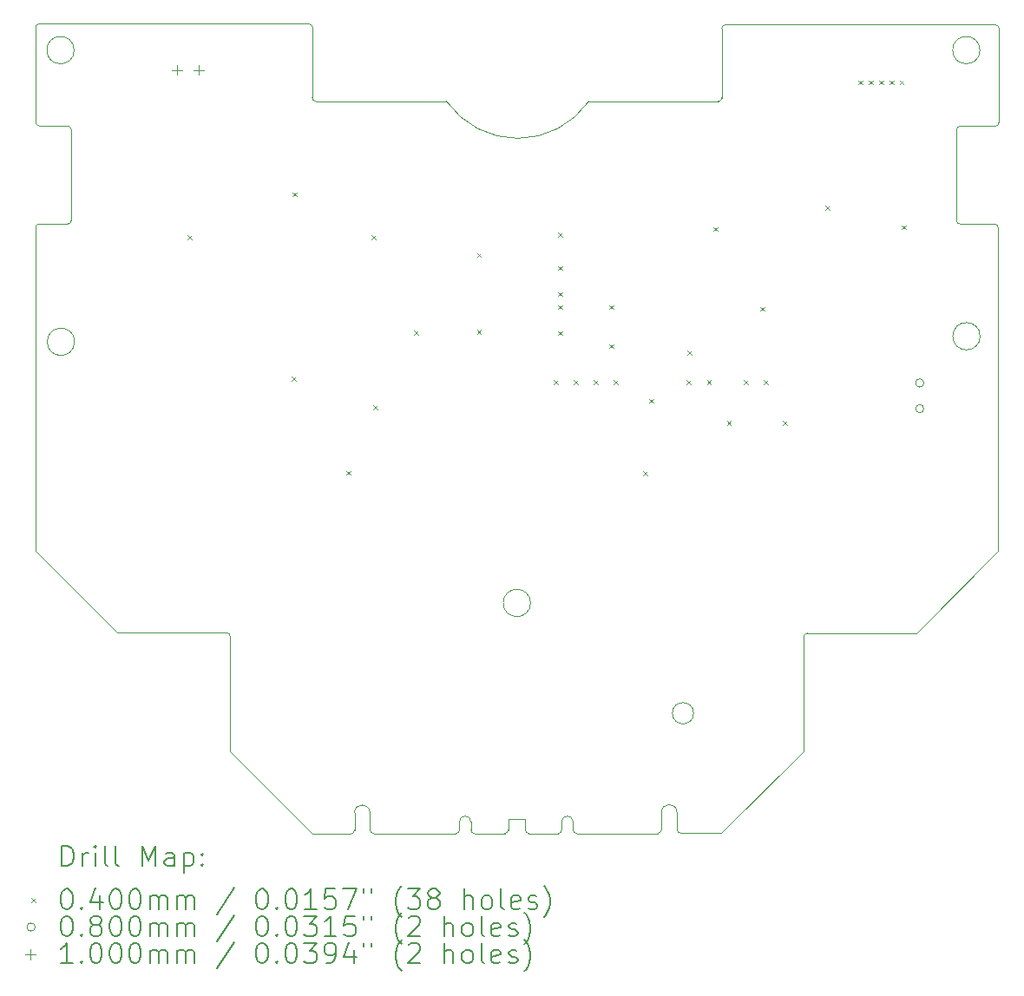
<source format=gbr>
%TF.GenerationSoftware,KiCad,Pcbnew,7.0.8*%
%TF.CreationDate,2023-12-31T22:49:12+00:00*%
%TF.ProjectId,pce-gt-controller,7063652d-6774-42d6-936f-6e74726f6c6c,BF1.1*%
%TF.SameCoordinates,Original*%
%TF.FileFunction,Drillmap*%
%TF.FilePolarity,Positive*%
%FSLAX45Y45*%
G04 Gerber Fmt 4.5, Leading zero omitted, Abs format (unit mm)*
G04 Created by KiCad (PCBNEW 7.0.8) date 2023-12-31 22:49:12*
%MOMM*%
%LPD*%
G01*
G04 APERTURE LIST*
%ADD10C,0.100000*%
%ADD11C,0.200000*%
%ADD12C,0.040000*%
%ADD13C,0.080000*%
G04 APERTURE END LIST*
D10*
X7467509Y-5087245D02*
G75*
G03*
X7431754Y-5123000I1J-35756D01*
G01*
X10507232Y-11038267D02*
G75*
G03*
X10542987Y-11002509I-2J35757D01*
G01*
X8226754Y-9075246D02*
X7431754Y-8280245D01*
X12564000Y-10920000D02*
X12564000Y-10999000D01*
X12208000Y-10999246D02*
G75*
G03*
X12243754Y-11035000I35760J6D01*
G01*
X13502232Y-11033757D02*
G75*
G03*
X13537987Y-10998000I-2J35757D01*
G01*
X16824509Y-8238000D02*
X16824509Y-8281000D01*
X14127227Y-3854000D02*
X14127227Y-3178000D01*
X11678000Y-10999000D02*
X11678000Y-10921000D01*
X13688000Y-10827000D02*
G75*
G03*
X13537987Y-10827000I-75007J0D01*
G01*
X11440781Y-3889741D02*
G75*
G03*
X12828727Y-3889741I693973J485925D01*
G01*
X16646149Y-6182000D02*
G75*
G03*
X16646149Y-6182000I-133000J0D01*
G01*
X10128999Y-3853986D02*
G75*
G03*
X10164755Y-3889741I35761J6D01*
G01*
X14123754Y-11031246D02*
X13723754Y-11031246D01*
X12259754Y-8785000D02*
G75*
G03*
X12259754Y-8785000I-133000J0D01*
G01*
X10693000Y-11000000D02*
X10693000Y-10831509D01*
X16506754Y-4130754D02*
X16453037Y-4130754D01*
X11678000Y-10921000D02*
G75*
G03*
X11566000Y-10921000I-56000J0D01*
G01*
X7778504Y-4165000D02*
G75*
G03*
X7742754Y-4129245I-35755J0D01*
G01*
X14926000Y-9115509D02*
X14926000Y-10229000D01*
X10132509Y-3168000D02*
X10129000Y-3853986D01*
X10507232Y-11038264D02*
X10134755Y-11038264D01*
X10693000Y-10831509D02*
G75*
G03*
X10542987Y-10831509I-75007J0D01*
G01*
X7467509Y-5087246D02*
X7742754Y-5087246D01*
X9294701Y-9075246D02*
X8226754Y-9075246D01*
X16830227Y-3177282D02*
X16830227Y-4044000D01*
X16417282Y-4166509D02*
X16417282Y-5053000D01*
X12007472Y-11035477D02*
G75*
G03*
X12043227Y-10999718I-2J35757D01*
G01*
X10692996Y-11000000D02*
G75*
G03*
X10728755Y-11035755I35755J0D01*
G01*
X12207754Y-10893000D02*
X12208000Y-10999246D01*
X7467754Y-3132250D02*
G75*
G03*
X7432000Y-3168000I-5J-35750D01*
G01*
X10132505Y-3168000D02*
G75*
G03*
X10096755Y-3132245I-35755J0D01*
G01*
X7431754Y-8280245D02*
X7431754Y-5123000D01*
X13688000Y-10995491D02*
X13688000Y-10827000D01*
X16025754Y-9079755D02*
X14961754Y-9079755D01*
X11440781Y-3889741D02*
X10164755Y-3889741D01*
X9330456Y-10233965D02*
X9330456Y-9111000D01*
X16453037Y-5088755D02*
X16788755Y-5088755D01*
X7432000Y-4093491D02*
X7432000Y-3168000D01*
X12675995Y-10998000D02*
G75*
G03*
X12711754Y-11033755I35755J0D01*
G01*
X14091472Y-3889757D02*
G75*
G03*
X14127227Y-3854000I-2J35757D01*
G01*
X10542987Y-10831509D02*
X10542987Y-11002509D01*
X12043227Y-10999718D02*
X12043227Y-10893000D01*
X16794472Y-3141528D02*
X16770754Y-3141528D01*
X12528245Y-11034755D02*
X12243754Y-11035000D01*
X13502232Y-11033755D02*
X12711754Y-11033755D01*
X16453037Y-4130752D02*
G75*
G03*
X16417282Y-4166509I3J-35758D01*
G01*
X7431994Y-4093491D02*
G75*
G03*
X7467754Y-4129245I35756J1D01*
G01*
X12043227Y-10893000D02*
X12207754Y-10893000D01*
X16830232Y-3177282D02*
G75*
G03*
X16794472Y-3141528I-35762J-8D01*
G01*
X13537987Y-10827000D02*
X13537987Y-10998000D01*
X12676000Y-10998000D02*
X12676000Y-10920000D01*
X9330455Y-9111000D02*
G75*
G03*
X9294701Y-9075246I-35745J10D01*
G01*
X16824509Y-5124509D02*
X16824509Y-8238000D01*
X12828727Y-3889741D02*
X14090754Y-3889741D01*
X7806754Y-3390000D02*
G75*
G03*
X7806754Y-3390000I-133000J0D01*
G01*
X7742754Y-4129245D02*
X7467754Y-4129245D01*
X11566000Y-10921000D02*
X11566000Y-11000000D01*
X16794472Y-4130754D02*
X16506754Y-4130754D01*
X16644149Y-3390000D02*
G75*
G03*
X16644149Y-3390000I-133000J0D01*
G01*
X14961754Y-9079750D02*
G75*
G03*
X14926000Y-9115509I6J-35760D01*
G01*
X16794472Y-4130757D02*
G75*
G03*
X16830227Y-4095000I-2J35757D01*
G01*
X14163037Y-3141528D02*
X16770754Y-3141528D01*
X16824509Y-8281000D02*
X16025754Y-9079755D01*
X7742754Y-5087249D02*
G75*
G03*
X7778509Y-5051491I-5J35759D01*
G01*
X12676000Y-10920000D02*
G75*
G03*
X12564000Y-10920000I-56000J0D01*
G01*
X13850755Y-9861000D02*
G75*
G03*
X13850755Y-9861000I-103238J0D01*
G01*
X11677995Y-10999000D02*
G75*
G03*
X11713754Y-11034755I35755J0D01*
G01*
X7778509Y-5051491D02*
X7778509Y-4165000D01*
X12007472Y-11035472D02*
X11713754Y-11034755D01*
X7467754Y-3132245D02*
X10096755Y-3132245D01*
X16830227Y-4095000D02*
X16830227Y-4044000D01*
X10134755Y-11038264D02*
X9330456Y-10233965D01*
X16824506Y-5124509D02*
G75*
G03*
X16788755Y-5088755I-35746J9D01*
G01*
X11530245Y-11035755D02*
X10728755Y-11035755D01*
X14926000Y-10229000D02*
X14123754Y-11031246D01*
X11530245Y-11035750D02*
G75*
G03*
X11566000Y-11000000I5J35750D01*
G01*
X13687994Y-10995491D02*
G75*
G03*
X13723754Y-11031246I35756J1D01*
G01*
X16417285Y-5053000D02*
G75*
G03*
X16453037Y-5088755I35745J-10D01*
G01*
X12528245Y-11034750D02*
G75*
G03*
X12564000Y-10999000I5J35750D01*
G01*
X7811149Y-6236000D02*
G75*
G03*
X7811149Y-6236000I-133000J0D01*
G01*
X14163037Y-3141532D02*
G75*
G03*
X14127282Y-3177282I-7J-35748D01*
G01*
D11*
D12*
X8915720Y-5198000D02*
X8955720Y-5238000D01*
X8955720Y-5198000D02*
X8915720Y-5238000D01*
X9931720Y-6573840D02*
X9971720Y-6613840D01*
X9971720Y-6573840D02*
X9931720Y-6613840D01*
X9940000Y-4778060D02*
X9980000Y-4818060D01*
X9980000Y-4778060D02*
X9940000Y-4818060D01*
X10465120Y-7495860D02*
X10505120Y-7535860D01*
X10505120Y-7495860D02*
X10465120Y-7535860D01*
X10711500Y-5199000D02*
X10751500Y-5239000D01*
X10751500Y-5199000D02*
X10711500Y-5239000D01*
X10725000Y-6853000D02*
X10765000Y-6893000D01*
X10765000Y-6853000D02*
X10725000Y-6893000D01*
X11122000Y-6129000D02*
X11162000Y-6169000D01*
X11162000Y-6129000D02*
X11122000Y-6169000D01*
X11738000Y-5369000D02*
X11778000Y-5409000D01*
X11778000Y-5369000D02*
X11738000Y-5409000D01*
X11738000Y-6122000D02*
X11778000Y-6162000D01*
X11778000Y-6122000D02*
X11738000Y-6162000D01*
X12486000Y-6610750D02*
X12526000Y-6650750D01*
X12526000Y-6610750D02*
X12486000Y-6650750D01*
X12530000Y-5174000D02*
X12570000Y-5214000D01*
X12570000Y-5174000D02*
X12530000Y-5214000D01*
X12531000Y-5496000D02*
X12571000Y-5536000D01*
X12571000Y-5496000D02*
X12531000Y-5536000D01*
X12531000Y-5750000D02*
X12571000Y-5790000D01*
X12571000Y-5750000D02*
X12531000Y-5790000D01*
X12531000Y-5877000D02*
X12571000Y-5917000D01*
X12571000Y-5877000D02*
X12531000Y-5917000D01*
X12531000Y-6131000D02*
X12571000Y-6171000D01*
X12571000Y-6131000D02*
X12531000Y-6171000D01*
X12682000Y-6610750D02*
X12722000Y-6650750D01*
X12722000Y-6610750D02*
X12682000Y-6650750D01*
X12878000Y-6610750D02*
X12918000Y-6650750D01*
X12918000Y-6610750D02*
X12878000Y-6650750D01*
X13026000Y-5877000D02*
X13066000Y-5917000D01*
X13066000Y-5877000D02*
X13026000Y-5917000D01*
X13026000Y-6258000D02*
X13066000Y-6298000D01*
X13066000Y-6258000D02*
X13026000Y-6298000D01*
X13074000Y-6610750D02*
X13114000Y-6650750D01*
X13114000Y-6610750D02*
X13074000Y-6650750D01*
X13360720Y-7501000D02*
X13400720Y-7541000D01*
X13400720Y-7501000D02*
X13360720Y-7541000D01*
X13418000Y-6793250D02*
X13458000Y-6833250D01*
X13458000Y-6793250D02*
X13418000Y-6833250D01*
X13784000Y-6609500D02*
X13824000Y-6649500D01*
X13824000Y-6609500D02*
X13784000Y-6649500D01*
X13788000Y-6325000D02*
X13828000Y-6365000D01*
X13828000Y-6325000D02*
X13788000Y-6365000D01*
X13980000Y-6609500D02*
X14020000Y-6649500D01*
X14020000Y-6609500D02*
X13980000Y-6649500D01*
X14042754Y-5116000D02*
X14082754Y-5156000D01*
X14082754Y-5116000D02*
X14042754Y-5156000D01*
X14175000Y-7011000D02*
X14215000Y-7051000D01*
X14215000Y-7011000D02*
X14175000Y-7051000D01*
X14339000Y-6609500D02*
X14379000Y-6649500D01*
X14379000Y-6609500D02*
X14339000Y-6649500D01*
X14499754Y-5894000D02*
X14539754Y-5934000D01*
X14539754Y-5894000D02*
X14499754Y-5934000D01*
X14535000Y-6609500D02*
X14575000Y-6649500D01*
X14575000Y-6609500D02*
X14535000Y-6649500D01*
X14719000Y-7006000D02*
X14759000Y-7046000D01*
X14759000Y-7006000D02*
X14719000Y-7046000D01*
X15139754Y-4908000D02*
X15179754Y-4948000D01*
X15179754Y-4908000D02*
X15139754Y-4948000D01*
X15461000Y-3686000D02*
X15501000Y-3726000D01*
X15501000Y-3686000D02*
X15461000Y-3726000D01*
X15561000Y-3686000D02*
X15601000Y-3726000D01*
X15601000Y-3686000D02*
X15561000Y-3726000D01*
X15661000Y-3685000D02*
X15701000Y-3725000D01*
X15701000Y-3685000D02*
X15661000Y-3725000D01*
X15761000Y-3685000D02*
X15801000Y-3725000D01*
X15801000Y-3685000D02*
X15761000Y-3725000D01*
X15861000Y-3686000D02*
X15901000Y-3726000D01*
X15901000Y-3686000D02*
X15861000Y-3726000D01*
X15880000Y-5099000D02*
X15920000Y-5139000D01*
X15920000Y-5099000D02*
X15880000Y-5139000D01*
D13*
X16097000Y-6638000D02*
G75*
G03*
X16097000Y-6638000I-40000J0D01*
G01*
X16097000Y-6888000D02*
G75*
G03*
X16097000Y-6888000I-40000J0D01*
G01*
D10*
X8813630Y-3532433D02*
X8813630Y-3632433D01*
X8763630Y-3582433D02*
X8863630Y-3582433D01*
X9021755Y-3532433D02*
X9021755Y-3632433D01*
X8971755Y-3582433D02*
X9071755Y-3582433D01*
D11*
X7687531Y-11354747D02*
X7687531Y-11154747D01*
X7687531Y-11154747D02*
X7735150Y-11154747D01*
X7735150Y-11154747D02*
X7763722Y-11164271D01*
X7763722Y-11164271D02*
X7782769Y-11183319D01*
X7782769Y-11183319D02*
X7792293Y-11202366D01*
X7792293Y-11202366D02*
X7801817Y-11240461D01*
X7801817Y-11240461D02*
X7801817Y-11269033D01*
X7801817Y-11269033D02*
X7792293Y-11307128D01*
X7792293Y-11307128D02*
X7782769Y-11326176D01*
X7782769Y-11326176D02*
X7763722Y-11345223D01*
X7763722Y-11345223D02*
X7735150Y-11354747D01*
X7735150Y-11354747D02*
X7687531Y-11354747D01*
X7887531Y-11354747D02*
X7887531Y-11221414D01*
X7887531Y-11259509D02*
X7897055Y-11240461D01*
X7897055Y-11240461D02*
X7906579Y-11230938D01*
X7906579Y-11230938D02*
X7925626Y-11221414D01*
X7925626Y-11221414D02*
X7944674Y-11221414D01*
X8011341Y-11354747D02*
X8011341Y-11221414D01*
X8011341Y-11154747D02*
X8001817Y-11164271D01*
X8001817Y-11164271D02*
X8011341Y-11173795D01*
X8011341Y-11173795D02*
X8020865Y-11164271D01*
X8020865Y-11164271D02*
X8011341Y-11154747D01*
X8011341Y-11154747D02*
X8011341Y-11173795D01*
X8135150Y-11354747D02*
X8116103Y-11345223D01*
X8116103Y-11345223D02*
X8106579Y-11326176D01*
X8106579Y-11326176D02*
X8106579Y-11154747D01*
X8239912Y-11354747D02*
X8220865Y-11345223D01*
X8220865Y-11345223D02*
X8211341Y-11326176D01*
X8211341Y-11326176D02*
X8211341Y-11154747D01*
X8468484Y-11354747D02*
X8468484Y-11154747D01*
X8468484Y-11154747D02*
X8535150Y-11297604D01*
X8535150Y-11297604D02*
X8601817Y-11154747D01*
X8601817Y-11154747D02*
X8601817Y-11354747D01*
X8782769Y-11354747D02*
X8782769Y-11249985D01*
X8782769Y-11249985D02*
X8773246Y-11230938D01*
X8773246Y-11230938D02*
X8754198Y-11221414D01*
X8754198Y-11221414D02*
X8716103Y-11221414D01*
X8716103Y-11221414D02*
X8697055Y-11230938D01*
X8782769Y-11345223D02*
X8763722Y-11354747D01*
X8763722Y-11354747D02*
X8716103Y-11354747D01*
X8716103Y-11354747D02*
X8697055Y-11345223D01*
X8697055Y-11345223D02*
X8687531Y-11326176D01*
X8687531Y-11326176D02*
X8687531Y-11307128D01*
X8687531Y-11307128D02*
X8697055Y-11288081D01*
X8697055Y-11288081D02*
X8716103Y-11278557D01*
X8716103Y-11278557D02*
X8763722Y-11278557D01*
X8763722Y-11278557D02*
X8782769Y-11269033D01*
X8878008Y-11221414D02*
X8878008Y-11421414D01*
X8878008Y-11230938D02*
X8897055Y-11221414D01*
X8897055Y-11221414D02*
X8935150Y-11221414D01*
X8935150Y-11221414D02*
X8954198Y-11230938D01*
X8954198Y-11230938D02*
X8963722Y-11240461D01*
X8963722Y-11240461D02*
X8973246Y-11259509D01*
X8973246Y-11259509D02*
X8973246Y-11316652D01*
X8973246Y-11316652D02*
X8963722Y-11335700D01*
X8963722Y-11335700D02*
X8954198Y-11345223D01*
X8954198Y-11345223D02*
X8935150Y-11354747D01*
X8935150Y-11354747D02*
X8897055Y-11354747D01*
X8897055Y-11354747D02*
X8878008Y-11345223D01*
X9058960Y-11335700D02*
X9068484Y-11345223D01*
X9068484Y-11345223D02*
X9058960Y-11354747D01*
X9058960Y-11354747D02*
X9049436Y-11345223D01*
X9049436Y-11345223D02*
X9058960Y-11335700D01*
X9058960Y-11335700D02*
X9058960Y-11354747D01*
X9058960Y-11230938D02*
X9068484Y-11240461D01*
X9068484Y-11240461D02*
X9058960Y-11249985D01*
X9058960Y-11249985D02*
X9049436Y-11240461D01*
X9049436Y-11240461D02*
X9058960Y-11230938D01*
X9058960Y-11230938D02*
X9058960Y-11249985D01*
D12*
X7386754Y-11663263D02*
X7426754Y-11703263D01*
X7426754Y-11663263D02*
X7386754Y-11703263D01*
D11*
X7725626Y-11574747D02*
X7744674Y-11574747D01*
X7744674Y-11574747D02*
X7763722Y-11584271D01*
X7763722Y-11584271D02*
X7773246Y-11593795D01*
X7773246Y-11593795D02*
X7782769Y-11612842D01*
X7782769Y-11612842D02*
X7792293Y-11650938D01*
X7792293Y-11650938D02*
X7792293Y-11698557D01*
X7792293Y-11698557D02*
X7782769Y-11736652D01*
X7782769Y-11736652D02*
X7773246Y-11755700D01*
X7773246Y-11755700D02*
X7763722Y-11765223D01*
X7763722Y-11765223D02*
X7744674Y-11774747D01*
X7744674Y-11774747D02*
X7725626Y-11774747D01*
X7725626Y-11774747D02*
X7706579Y-11765223D01*
X7706579Y-11765223D02*
X7697055Y-11755700D01*
X7697055Y-11755700D02*
X7687531Y-11736652D01*
X7687531Y-11736652D02*
X7678007Y-11698557D01*
X7678007Y-11698557D02*
X7678007Y-11650938D01*
X7678007Y-11650938D02*
X7687531Y-11612842D01*
X7687531Y-11612842D02*
X7697055Y-11593795D01*
X7697055Y-11593795D02*
X7706579Y-11584271D01*
X7706579Y-11584271D02*
X7725626Y-11574747D01*
X7878007Y-11755700D02*
X7887531Y-11765223D01*
X7887531Y-11765223D02*
X7878007Y-11774747D01*
X7878007Y-11774747D02*
X7868484Y-11765223D01*
X7868484Y-11765223D02*
X7878007Y-11755700D01*
X7878007Y-11755700D02*
X7878007Y-11774747D01*
X8058960Y-11641414D02*
X8058960Y-11774747D01*
X8011341Y-11565223D02*
X7963722Y-11708081D01*
X7963722Y-11708081D02*
X8087531Y-11708081D01*
X8201817Y-11574747D02*
X8220865Y-11574747D01*
X8220865Y-11574747D02*
X8239912Y-11584271D01*
X8239912Y-11584271D02*
X8249436Y-11593795D01*
X8249436Y-11593795D02*
X8258960Y-11612842D01*
X8258960Y-11612842D02*
X8268484Y-11650938D01*
X8268484Y-11650938D02*
X8268484Y-11698557D01*
X8268484Y-11698557D02*
X8258960Y-11736652D01*
X8258960Y-11736652D02*
X8249436Y-11755700D01*
X8249436Y-11755700D02*
X8239912Y-11765223D01*
X8239912Y-11765223D02*
X8220865Y-11774747D01*
X8220865Y-11774747D02*
X8201817Y-11774747D01*
X8201817Y-11774747D02*
X8182769Y-11765223D01*
X8182769Y-11765223D02*
X8173246Y-11755700D01*
X8173246Y-11755700D02*
X8163722Y-11736652D01*
X8163722Y-11736652D02*
X8154198Y-11698557D01*
X8154198Y-11698557D02*
X8154198Y-11650938D01*
X8154198Y-11650938D02*
X8163722Y-11612842D01*
X8163722Y-11612842D02*
X8173246Y-11593795D01*
X8173246Y-11593795D02*
X8182769Y-11584271D01*
X8182769Y-11584271D02*
X8201817Y-11574747D01*
X8392293Y-11574747D02*
X8411341Y-11574747D01*
X8411341Y-11574747D02*
X8430389Y-11584271D01*
X8430389Y-11584271D02*
X8439912Y-11593795D01*
X8439912Y-11593795D02*
X8449436Y-11612842D01*
X8449436Y-11612842D02*
X8458960Y-11650938D01*
X8458960Y-11650938D02*
X8458960Y-11698557D01*
X8458960Y-11698557D02*
X8449436Y-11736652D01*
X8449436Y-11736652D02*
X8439912Y-11755700D01*
X8439912Y-11755700D02*
X8430389Y-11765223D01*
X8430389Y-11765223D02*
X8411341Y-11774747D01*
X8411341Y-11774747D02*
X8392293Y-11774747D01*
X8392293Y-11774747D02*
X8373246Y-11765223D01*
X8373246Y-11765223D02*
X8363722Y-11755700D01*
X8363722Y-11755700D02*
X8354198Y-11736652D01*
X8354198Y-11736652D02*
X8344674Y-11698557D01*
X8344674Y-11698557D02*
X8344674Y-11650938D01*
X8344674Y-11650938D02*
X8354198Y-11612842D01*
X8354198Y-11612842D02*
X8363722Y-11593795D01*
X8363722Y-11593795D02*
X8373246Y-11584271D01*
X8373246Y-11584271D02*
X8392293Y-11574747D01*
X8544674Y-11774747D02*
X8544674Y-11641414D01*
X8544674Y-11660461D02*
X8554198Y-11650938D01*
X8554198Y-11650938D02*
X8573246Y-11641414D01*
X8573246Y-11641414D02*
X8601817Y-11641414D01*
X8601817Y-11641414D02*
X8620865Y-11650938D01*
X8620865Y-11650938D02*
X8630389Y-11669985D01*
X8630389Y-11669985D02*
X8630389Y-11774747D01*
X8630389Y-11669985D02*
X8639912Y-11650938D01*
X8639912Y-11650938D02*
X8658960Y-11641414D01*
X8658960Y-11641414D02*
X8687531Y-11641414D01*
X8687531Y-11641414D02*
X8706579Y-11650938D01*
X8706579Y-11650938D02*
X8716103Y-11669985D01*
X8716103Y-11669985D02*
X8716103Y-11774747D01*
X8811341Y-11774747D02*
X8811341Y-11641414D01*
X8811341Y-11660461D02*
X8820865Y-11650938D01*
X8820865Y-11650938D02*
X8839912Y-11641414D01*
X8839912Y-11641414D02*
X8868484Y-11641414D01*
X8868484Y-11641414D02*
X8887531Y-11650938D01*
X8887531Y-11650938D02*
X8897055Y-11669985D01*
X8897055Y-11669985D02*
X8897055Y-11774747D01*
X8897055Y-11669985D02*
X8906579Y-11650938D01*
X8906579Y-11650938D02*
X8925627Y-11641414D01*
X8925627Y-11641414D02*
X8954198Y-11641414D01*
X8954198Y-11641414D02*
X8973246Y-11650938D01*
X8973246Y-11650938D02*
X8982770Y-11669985D01*
X8982770Y-11669985D02*
X8982770Y-11774747D01*
X9373246Y-11565223D02*
X9201817Y-11822366D01*
X9630389Y-11574747D02*
X9649436Y-11574747D01*
X9649436Y-11574747D02*
X9668484Y-11584271D01*
X9668484Y-11584271D02*
X9678008Y-11593795D01*
X9678008Y-11593795D02*
X9687532Y-11612842D01*
X9687532Y-11612842D02*
X9697055Y-11650938D01*
X9697055Y-11650938D02*
X9697055Y-11698557D01*
X9697055Y-11698557D02*
X9687532Y-11736652D01*
X9687532Y-11736652D02*
X9678008Y-11755700D01*
X9678008Y-11755700D02*
X9668484Y-11765223D01*
X9668484Y-11765223D02*
X9649436Y-11774747D01*
X9649436Y-11774747D02*
X9630389Y-11774747D01*
X9630389Y-11774747D02*
X9611341Y-11765223D01*
X9611341Y-11765223D02*
X9601817Y-11755700D01*
X9601817Y-11755700D02*
X9592293Y-11736652D01*
X9592293Y-11736652D02*
X9582770Y-11698557D01*
X9582770Y-11698557D02*
X9582770Y-11650938D01*
X9582770Y-11650938D02*
X9592293Y-11612842D01*
X9592293Y-11612842D02*
X9601817Y-11593795D01*
X9601817Y-11593795D02*
X9611341Y-11584271D01*
X9611341Y-11584271D02*
X9630389Y-11574747D01*
X9782770Y-11755700D02*
X9792293Y-11765223D01*
X9792293Y-11765223D02*
X9782770Y-11774747D01*
X9782770Y-11774747D02*
X9773246Y-11765223D01*
X9773246Y-11765223D02*
X9782770Y-11755700D01*
X9782770Y-11755700D02*
X9782770Y-11774747D01*
X9916103Y-11574747D02*
X9935151Y-11574747D01*
X9935151Y-11574747D02*
X9954198Y-11584271D01*
X9954198Y-11584271D02*
X9963722Y-11593795D01*
X9963722Y-11593795D02*
X9973246Y-11612842D01*
X9973246Y-11612842D02*
X9982770Y-11650938D01*
X9982770Y-11650938D02*
X9982770Y-11698557D01*
X9982770Y-11698557D02*
X9973246Y-11736652D01*
X9973246Y-11736652D02*
X9963722Y-11755700D01*
X9963722Y-11755700D02*
X9954198Y-11765223D01*
X9954198Y-11765223D02*
X9935151Y-11774747D01*
X9935151Y-11774747D02*
X9916103Y-11774747D01*
X9916103Y-11774747D02*
X9897055Y-11765223D01*
X9897055Y-11765223D02*
X9887532Y-11755700D01*
X9887532Y-11755700D02*
X9878008Y-11736652D01*
X9878008Y-11736652D02*
X9868484Y-11698557D01*
X9868484Y-11698557D02*
X9868484Y-11650938D01*
X9868484Y-11650938D02*
X9878008Y-11612842D01*
X9878008Y-11612842D02*
X9887532Y-11593795D01*
X9887532Y-11593795D02*
X9897055Y-11584271D01*
X9897055Y-11584271D02*
X9916103Y-11574747D01*
X10173246Y-11774747D02*
X10058960Y-11774747D01*
X10116103Y-11774747D02*
X10116103Y-11574747D01*
X10116103Y-11574747D02*
X10097055Y-11603319D01*
X10097055Y-11603319D02*
X10078008Y-11622366D01*
X10078008Y-11622366D02*
X10058960Y-11631890D01*
X10354198Y-11574747D02*
X10258960Y-11574747D01*
X10258960Y-11574747D02*
X10249436Y-11669985D01*
X10249436Y-11669985D02*
X10258960Y-11660461D01*
X10258960Y-11660461D02*
X10278008Y-11650938D01*
X10278008Y-11650938D02*
X10325627Y-11650938D01*
X10325627Y-11650938D02*
X10344674Y-11660461D01*
X10344674Y-11660461D02*
X10354198Y-11669985D01*
X10354198Y-11669985D02*
X10363722Y-11689033D01*
X10363722Y-11689033D02*
X10363722Y-11736652D01*
X10363722Y-11736652D02*
X10354198Y-11755700D01*
X10354198Y-11755700D02*
X10344674Y-11765223D01*
X10344674Y-11765223D02*
X10325627Y-11774747D01*
X10325627Y-11774747D02*
X10278008Y-11774747D01*
X10278008Y-11774747D02*
X10258960Y-11765223D01*
X10258960Y-11765223D02*
X10249436Y-11755700D01*
X10430389Y-11574747D02*
X10563722Y-11574747D01*
X10563722Y-11574747D02*
X10478008Y-11774747D01*
X10630389Y-11574747D02*
X10630389Y-11612842D01*
X10706579Y-11574747D02*
X10706579Y-11612842D01*
X11001817Y-11850938D02*
X10992294Y-11841414D01*
X10992294Y-11841414D02*
X10973246Y-11812842D01*
X10973246Y-11812842D02*
X10963722Y-11793795D01*
X10963722Y-11793795D02*
X10954198Y-11765223D01*
X10954198Y-11765223D02*
X10944675Y-11717604D01*
X10944675Y-11717604D02*
X10944675Y-11679509D01*
X10944675Y-11679509D02*
X10954198Y-11631890D01*
X10954198Y-11631890D02*
X10963722Y-11603319D01*
X10963722Y-11603319D02*
X10973246Y-11584271D01*
X10973246Y-11584271D02*
X10992294Y-11555700D01*
X10992294Y-11555700D02*
X11001817Y-11546176D01*
X11058960Y-11574747D02*
X11182770Y-11574747D01*
X11182770Y-11574747D02*
X11116103Y-11650938D01*
X11116103Y-11650938D02*
X11144675Y-11650938D01*
X11144675Y-11650938D02*
X11163722Y-11660461D01*
X11163722Y-11660461D02*
X11173246Y-11669985D01*
X11173246Y-11669985D02*
X11182770Y-11689033D01*
X11182770Y-11689033D02*
X11182770Y-11736652D01*
X11182770Y-11736652D02*
X11173246Y-11755700D01*
X11173246Y-11755700D02*
X11163722Y-11765223D01*
X11163722Y-11765223D02*
X11144675Y-11774747D01*
X11144675Y-11774747D02*
X11087532Y-11774747D01*
X11087532Y-11774747D02*
X11068484Y-11765223D01*
X11068484Y-11765223D02*
X11058960Y-11755700D01*
X11297055Y-11660461D02*
X11278008Y-11650938D01*
X11278008Y-11650938D02*
X11268484Y-11641414D01*
X11268484Y-11641414D02*
X11258960Y-11622366D01*
X11258960Y-11622366D02*
X11258960Y-11612842D01*
X11258960Y-11612842D02*
X11268484Y-11593795D01*
X11268484Y-11593795D02*
X11278008Y-11584271D01*
X11278008Y-11584271D02*
X11297055Y-11574747D01*
X11297055Y-11574747D02*
X11335151Y-11574747D01*
X11335151Y-11574747D02*
X11354198Y-11584271D01*
X11354198Y-11584271D02*
X11363722Y-11593795D01*
X11363722Y-11593795D02*
X11373246Y-11612842D01*
X11373246Y-11612842D02*
X11373246Y-11622366D01*
X11373246Y-11622366D02*
X11363722Y-11641414D01*
X11363722Y-11641414D02*
X11354198Y-11650938D01*
X11354198Y-11650938D02*
X11335151Y-11660461D01*
X11335151Y-11660461D02*
X11297055Y-11660461D01*
X11297055Y-11660461D02*
X11278008Y-11669985D01*
X11278008Y-11669985D02*
X11268484Y-11679509D01*
X11268484Y-11679509D02*
X11258960Y-11698557D01*
X11258960Y-11698557D02*
X11258960Y-11736652D01*
X11258960Y-11736652D02*
X11268484Y-11755700D01*
X11268484Y-11755700D02*
X11278008Y-11765223D01*
X11278008Y-11765223D02*
X11297055Y-11774747D01*
X11297055Y-11774747D02*
X11335151Y-11774747D01*
X11335151Y-11774747D02*
X11354198Y-11765223D01*
X11354198Y-11765223D02*
X11363722Y-11755700D01*
X11363722Y-11755700D02*
X11373246Y-11736652D01*
X11373246Y-11736652D02*
X11373246Y-11698557D01*
X11373246Y-11698557D02*
X11363722Y-11679509D01*
X11363722Y-11679509D02*
X11354198Y-11669985D01*
X11354198Y-11669985D02*
X11335151Y-11660461D01*
X11611341Y-11774747D02*
X11611341Y-11574747D01*
X11697055Y-11774747D02*
X11697055Y-11669985D01*
X11697055Y-11669985D02*
X11687532Y-11650938D01*
X11687532Y-11650938D02*
X11668484Y-11641414D01*
X11668484Y-11641414D02*
X11639913Y-11641414D01*
X11639913Y-11641414D02*
X11620865Y-11650938D01*
X11620865Y-11650938D02*
X11611341Y-11660461D01*
X11820865Y-11774747D02*
X11801817Y-11765223D01*
X11801817Y-11765223D02*
X11792294Y-11755700D01*
X11792294Y-11755700D02*
X11782770Y-11736652D01*
X11782770Y-11736652D02*
X11782770Y-11679509D01*
X11782770Y-11679509D02*
X11792294Y-11660461D01*
X11792294Y-11660461D02*
X11801817Y-11650938D01*
X11801817Y-11650938D02*
X11820865Y-11641414D01*
X11820865Y-11641414D02*
X11849436Y-11641414D01*
X11849436Y-11641414D02*
X11868484Y-11650938D01*
X11868484Y-11650938D02*
X11878008Y-11660461D01*
X11878008Y-11660461D02*
X11887532Y-11679509D01*
X11887532Y-11679509D02*
X11887532Y-11736652D01*
X11887532Y-11736652D02*
X11878008Y-11755700D01*
X11878008Y-11755700D02*
X11868484Y-11765223D01*
X11868484Y-11765223D02*
X11849436Y-11774747D01*
X11849436Y-11774747D02*
X11820865Y-11774747D01*
X12001817Y-11774747D02*
X11982770Y-11765223D01*
X11982770Y-11765223D02*
X11973246Y-11746176D01*
X11973246Y-11746176D02*
X11973246Y-11574747D01*
X12154198Y-11765223D02*
X12135151Y-11774747D01*
X12135151Y-11774747D02*
X12097055Y-11774747D01*
X12097055Y-11774747D02*
X12078008Y-11765223D01*
X12078008Y-11765223D02*
X12068484Y-11746176D01*
X12068484Y-11746176D02*
X12068484Y-11669985D01*
X12068484Y-11669985D02*
X12078008Y-11650938D01*
X12078008Y-11650938D02*
X12097055Y-11641414D01*
X12097055Y-11641414D02*
X12135151Y-11641414D01*
X12135151Y-11641414D02*
X12154198Y-11650938D01*
X12154198Y-11650938D02*
X12163722Y-11669985D01*
X12163722Y-11669985D02*
X12163722Y-11689033D01*
X12163722Y-11689033D02*
X12068484Y-11708081D01*
X12239913Y-11765223D02*
X12258960Y-11774747D01*
X12258960Y-11774747D02*
X12297055Y-11774747D01*
X12297055Y-11774747D02*
X12316103Y-11765223D01*
X12316103Y-11765223D02*
X12325627Y-11746176D01*
X12325627Y-11746176D02*
X12325627Y-11736652D01*
X12325627Y-11736652D02*
X12316103Y-11717604D01*
X12316103Y-11717604D02*
X12297055Y-11708081D01*
X12297055Y-11708081D02*
X12268484Y-11708081D01*
X12268484Y-11708081D02*
X12249436Y-11698557D01*
X12249436Y-11698557D02*
X12239913Y-11679509D01*
X12239913Y-11679509D02*
X12239913Y-11669985D01*
X12239913Y-11669985D02*
X12249436Y-11650938D01*
X12249436Y-11650938D02*
X12268484Y-11641414D01*
X12268484Y-11641414D02*
X12297055Y-11641414D01*
X12297055Y-11641414D02*
X12316103Y-11650938D01*
X12392294Y-11850938D02*
X12401817Y-11841414D01*
X12401817Y-11841414D02*
X12420865Y-11812842D01*
X12420865Y-11812842D02*
X12430389Y-11793795D01*
X12430389Y-11793795D02*
X12439913Y-11765223D01*
X12439913Y-11765223D02*
X12449436Y-11717604D01*
X12449436Y-11717604D02*
X12449436Y-11679509D01*
X12449436Y-11679509D02*
X12439913Y-11631890D01*
X12439913Y-11631890D02*
X12430389Y-11603319D01*
X12430389Y-11603319D02*
X12420865Y-11584271D01*
X12420865Y-11584271D02*
X12401817Y-11555700D01*
X12401817Y-11555700D02*
X12392294Y-11546176D01*
D13*
X7426754Y-11947263D02*
G75*
G03*
X7426754Y-11947263I-40000J0D01*
G01*
D11*
X7725626Y-11838747D02*
X7744674Y-11838747D01*
X7744674Y-11838747D02*
X7763722Y-11848271D01*
X7763722Y-11848271D02*
X7773246Y-11857795D01*
X7773246Y-11857795D02*
X7782769Y-11876842D01*
X7782769Y-11876842D02*
X7792293Y-11914938D01*
X7792293Y-11914938D02*
X7792293Y-11962557D01*
X7792293Y-11962557D02*
X7782769Y-12000652D01*
X7782769Y-12000652D02*
X7773246Y-12019700D01*
X7773246Y-12019700D02*
X7763722Y-12029223D01*
X7763722Y-12029223D02*
X7744674Y-12038747D01*
X7744674Y-12038747D02*
X7725626Y-12038747D01*
X7725626Y-12038747D02*
X7706579Y-12029223D01*
X7706579Y-12029223D02*
X7697055Y-12019700D01*
X7697055Y-12019700D02*
X7687531Y-12000652D01*
X7687531Y-12000652D02*
X7678007Y-11962557D01*
X7678007Y-11962557D02*
X7678007Y-11914938D01*
X7678007Y-11914938D02*
X7687531Y-11876842D01*
X7687531Y-11876842D02*
X7697055Y-11857795D01*
X7697055Y-11857795D02*
X7706579Y-11848271D01*
X7706579Y-11848271D02*
X7725626Y-11838747D01*
X7878007Y-12019700D02*
X7887531Y-12029223D01*
X7887531Y-12029223D02*
X7878007Y-12038747D01*
X7878007Y-12038747D02*
X7868484Y-12029223D01*
X7868484Y-12029223D02*
X7878007Y-12019700D01*
X7878007Y-12019700D02*
X7878007Y-12038747D01*
X8001817Y-11924461D02*
X7982769Y-11914938D01*
X7982769Y-11914938D02*
X7973246Y-11905414D01*
X7973246Y-11905414D02*
X7963722Y-11886366D01*
X7963722Y-11886366D02*
X7963722Y-11876842D01*
X7963722Y-11876842D02*
X7973246Y-11857795D01*
X7973246Y-11857795D02*
X7982769Y-11848271D01*
X7982769Y-11848271D02*
X8001817Y-11838747D01*
X8001817Y-11838747D02*
X8039912Y-11838747D01*
X8039912Y-11838747D02*
X8058960Y-11848271D01*
X8058960Y-11848271D02*
X8068484Y-11857795D01*
X8068484Y-11857795D02*
X8078007Y-11876842D01*
X8078007Y-11876842D02*
X8078007Y-11886366D01*
X8078007Y-11886366D02*
X8068484Y-11905414D01*
X8068484Y-11905414D02*
X8058960Y-11914938D01*
X8058960Y-11914938D02*
X8039912Y-11924461D01*
X8039912Y-11924461D02*
X8001817Y-11924461D01*
X8001817Y-11924461D02*
X7982769Y-11933985D01*
X7982769Y-11933985D02*
X7973246Y-11943509D01*
X7973246Y-11943509D02*
X7963722Y-11962557D01*
X7963722Y-11962557D02*
X7963722Y-12000652D01*
X7963722Y-12000652D02*
X7973246Y-12019700D01*
X7973246Y-12019700D02*
X7982769Y-12029223D01*
X7982769Y-12029223D02*
X8001817Y-12038747D01*
X8001817Y-12038747D02*
X8039912Y-12038747D01*
X8039912Y-12038747D02*
X8058960Y-12029223D01*
X8058960Y-12029223D02*
X8068484Y-12019700D01*
X8068484Y-12019700D02*
X8078007Y-12000652D01*
X8078007Y-12000652D02*
X8078007Y-11962557D01*
X8078007Y-11962557D02*
X8068484Y-11943509D01*
X8068484Y-11943509D02*
X8058960Y-11933985D01*
X8058960Y-11933985D02*
X8039912Y-11924461D01*
X8201817Y-11838747D02*
X8220865Y-11838747D01*
X8220865Y-11838747D02*
X8239912Y-11848271D01*
X8239912Y-11848271D02*
X8249436Y-11857795D01*
X8249436Y-11857795D02*
X8258960Y-11876842D01*
X8258960Y-11876842D02*
X8268484Y-11914938D01*
X8268484Y-11914938D02*
X8268484Y-11962557D01*
X8268484Y-11962557D02*
X8258960Y-12000652D01*
X8258960Y-12000652D02*
X8249436Y-12019700D01*
X8249436Y-12019700D02*
X8239912Y-12029223D01*
X8239912Y-12029223D02*
X8220865Y-12038747D01*
X8220865Y-12038747D02*
X8201817Y-12038747D01*
X8201817Y-12038747D02*
X8182769Y-12029223D01*
X8182769Y-12029223D02*
X8173246Y-12019700D01*
X8173246Y-12019700D02*
X8163722Y-12000652D01*
X8163722Y-12000652D02*
X8154198Y-11962557D01*
X8154198Y-11962557D02*
X8154198Y-11914938D01*
X8154198Y-11914938D02*
X8163722Y-11876842D01*
X8163722Y-11876842D02*
X8173246Y-11857795D01*
X8173246Y-11857795D02*
X8182769Y-11848271D01*
X8182769Y-11848271D02*
X8201817Y-11838747D01*
X8392293Y-11838747D02*
X8411341Y-11838747D01*
X8411341Y-11838747D02*
X8430389Y-11848271D01*
X8430389Y-11848271D02*
X8439912Y-11857795D01*
X8439912Y-11857795D02*
X8449436Y-11876842D01*
X8449436Y-11876842D02*
X8458960Y-11914938D01*
X8458960Y-11914938D02*
X8458960Y-11962557D01*
X8458960Y-11962557D02*
X8449436Y-12000652D01*
X8449436Y-12000652D02*
X8439912Y-12019700D01*
X8439912Y-12019700D02*
X8430389Y-12029223D01*
X8430389Y-12029223D02*
X8411341Y-12038747D01*
X8411341Y-12038747D02*
X8392293Y-12038747D01*
X8392293Y-12038747D02*
X8373246Y-12029223D01*
X8373246Y-12029223D02*
X8363722Y-12019700D01*
X8363722Y-12019700D02*
X8354198Y-12000652D01*
X8354198Y-12000652D02*
X8344674Y-11962557D01*
X8344674Y-11962557D02*
X8344674Y-11914938D01*
X8344674Y-11914938D02*
X8354198Y-11876842D01*
X8354198Y-11876842D02*
X8363722Y-11857795D01*
X8363722Y-11857795D02*
X8373246Y-11848271D01*
X8373246Y-11848271D02*
X8392293Y-11838747D01*
X8544674Y-12038747D02*
X8544674Y-11905414D01*
X8544674Y-11924461D02*
X8554198Y-11914938D01*
X8554198Y-11914938D02*
X8573246Y-11905414D01*
X8573246Y-11905414D02*
X8601817Y-11905414D01*
X8601817Y-11905414D02*
X8620865Y-11914938D01*
X8620865Y-11914938D02*
X8630389Y-11933985D01*
X8630389Y-11933985D02*
X8630389Y-12038747D01*
X8630389Y-11933985D02*
X8639912Y-11914938D01*
X8639912Y-11914938D02*
X8658960Y-11905414D01*
X8658960Y-11905414D02*
X8687531Y-11905414D01*
X8687531Y-11905414D02*
X8706579Y-11914938D01*
X8706579Y-11914938D02*
X8716103Y-11933985D01*
X8716103Y-11933985D02*
X8716103Y-12038747D01*
X8811341Y-12038747D02*
X8811341Y-11905414D01*
X8811341Y-11924461D02*
X8820865Y-11914938D01*
X8820865Y-11914938D02*
X8839912Y-11905414D01*
X8839912Y-11905414D02*
X8868484Y-11905414D01*
X8868484Y-11905414D02*
X8887531Y-11914938D01*
X8887531Y-11914938D02*
X8897055Y-11933985D01*
X8897055Y-11933985D02*
X8897055Y-12038747D01*
X8897055Y-11933985D02*
X8906579Y-11914938D01*
X8906579Y-11914938D02*
X8925627Y-11905414D01*
X8925627Y-11905414D02*
X8954198Y-11905414D01*
X8954198Y-11905414D02*
X8973246Y-11914938D01*
X8973246Y-11914938D02*
X8982770Y-11933985D01*
X8982770Y-11933985D02*
X8982770Y-12038747D01*
X9373246Y-11829223D02*
X9201817Y-12086366D01*
X9630389Y-11838747D02*
X9649436Y-11838747D01*
X9649436Y-11838747D02*
X9668484Y-11848271D01*
X9668484Y-11848271D02*
X9678008Y-11857795D01*
X9678008Y-11857795D02*
X9687532Y-11876842D01*
X9687532Y-11876842D02*
X9697055Y-11914938D01*
X9697055Y-11914938D02*
X9697055Y-11962557D01*
X9697055Y-11962557D02*
X9687532Y-12000652D01*
X9687532Y-12000652D02*
X9678008Y-12019700D01*
X9678008Y-12019700D02*
X9668484Y-12029223D01*
X9668484Y-12029223D02*
X9649436Y-12038747D01*
X9649436Y-12038747D02*
X9630389Y-12038747D01*
X9630389Y-12038747D02*
X9611341Y-12029223D01*
X9611341Y-12029223D02*
X9601817Y-12019700D01*
X9601817Y-12019700D02*
X9592293Y-12000652D01*
X9592293Y-12000652D02*
X9582770Y-11962557D01*
X9582770Y-11962557D02*
X9582770Y-11914938D01*
X9582770Y-11914938D02*
X9592293Y-11876842D01*
X9592293Y-11876842D02*
X9601817Y-11857795D01*
X9601817Y-11857795D02*
X9611341Y-11848271D01*
X9611341Y-11848271D02*
X9630389Y-11838747D01*
X9782770Y-12019700D02*
X9792293Y-12029223D01*
X9792293Y-12029223D02*
X9782770Y-12038747D01*
X9782770Y-12038747D02*
X9773246Y-12029223D01*
X9773246Y-12029223D02*
X9782770Y-12019700D01*
X9782770Y-12019700D02*
X9782770Y-12038747D01*
X9916103Y-11838747D02*
X9935151Y-11838747D01*
X9935151Y-11838747D02*
X9954198Y-11848271D01*
X9954198Y-11848271D02*
X9963722Y-11857795D01*
X9963722Y-11857795D02*
X9973246Y-11876842D01*
X9973246Y-11876842D02*
X9982770Y-11914938D01*
X9982770Y-11914938D02*
X9982770Y-11962557D01*
X9982770Y-11962557D02*
X9973246Y-12000652D01*
X9973246Y-12000652D02*
X9963722Y-12019700D01*
X9963722Y-12019700D02*
X9954198Y-12029223D01*
X9954198Y-12029223D02*
X9935151Y-12038747D01*
X9935151Y-12038747D02*
X9916103Y-12038747D01*
X9916103Y-12038747D02*
X9897055Y-12029223D01*
X9897055Y-12029223D02*
X9887532Y-12019700D01*
X9887532Y-12019700D02*
X9878008Y-12000652D01*
X9878008Y-12000652D02*
X9868484Y-11962557D01*
X9868484Y-11962557D02*
X9868484Y-11914938D01*
X9868484Y-11914938D02*
X9878008Y-11876842D01*
X9878008Y-11876842D02*
X9887532Y-11857795D01*
X9887532Y-11857795D02*
X9897055Y-11848271D01*
X9897055Y-11848271D02*
X9916103Y-11838747D01*
X10049436Y-11838747D02*
X10173246Y-11838747D01*
X10173246Y-11838747D02*
X10106579Y-11914938D01*
X10106579Y-11914938D02*
X10135151Y-11914938D01*
X10135151Y-11914938D02*
X10154198Y-11924461D01*
X10154198Y-11924461D02*
X10163722Y-11933985D01*
X10163722Y-11933985D02*
X10173246Y-11953033D01*
X10173246Y-11953033D02*
X10173246Y-12000652D01*
X10173246Y-12000652D02*
X10163722Y-12019700D01*
X10163722Y-12019700D02*
X10154198Y-12029223D01*
X10154198Y-12029223D02*
X10135151Y-12038747D01*
X10135151Y-12038747D02*
X10078008Y-12038747D01*
X10078008Y-12038747D02*
X10058960Y-12029223D01*
X10058960Y-12029223D02*
X10049436Y-12019700D01*
X10363722Y-12038747D02*
X10249436Y-12038747D01*
X10306579Y-12038747D02*
X10306579Y-11838747D01*
X10306579Y-11838747D02*
X10287532Y-11867319D01*
X10287532Y-11867319D02*
X10268484Y-11886366D01*
X10268484Y-11886366D02*
X10249436Y-11895890D01*
X10544674Y-11838747D02*
X10449436Y-11838747D01*
X10449436Y-11838747D02*
X10439913Y-11933985D01*
X10439913Y-11933985D02*
X10449436Y-11924461D01*
X10449436Y-11924461D02*
X10468484Y-11914938D01*
X10468484Y-11914938D02*
X10516103Y-11914938D01*
X10516103Y-11914938D02*
X10535151Y-11924461D01*
X10535151Y-11924461D02*
X10544674Y-11933985D01*
X10544674Y-11933985D02*
X10554198Y-11953033D01*
X10554198Y-11953033D02*
X10554198Y-12000652D01*
X10554198Y-12000652D02*
X10544674Y-12019700D01*
X10544674Y-12019700D02*
X10535151Y-12029223D01*
X10535151Y-12029223D02*
X10516103Y-12038747D01*
X10516103Y-12038747D02*
X10468484Y-12038747D01*
X10468484Y-12038747D02*
X10449436Y-12029223D01*
X10449436Y-12029223D02*
X10439913Y-12019700D01*
X10630389Y-11838747D02*
X10630389Y-11876842D01*
X10706579Y-11838747D02*
X10706579Y-11876842D01*
X11001817Y-12114938D02*
X10992294Y-12105414D01*
X10992294Y-12105414D02*
X10973246Y-12076842D01*
X10973246Y-12076842D02*
X10963722Y-12057795D01*
X10963722Y-12057795D02*
X10954198Y-12029223D01*
X10954198Y-12029223D02*
X10944675Y-11981604D01*
X10944675Y-11981604D02*
X10944675Y-11943509D01*
X10944675Y-11943509D02*
X10954198Y-11895890D01*
X10954198Y-11895890D02*
X10963722Y-11867319D01*
X10963722Y-11867319D02*
X10973246Y-11848271D01*
X10973246Y-11848271D02*
X10992294Y-11819700D01*
X10992294Y-11819700D02*
X11001817Y-11810176D01*
X11068484Y-11857795D02*
X11078008Y-11848271D01*
X11078008Y-11848271D02*
X11097055Y-11838747D01*
X11097055Y-11838747D02*
X11144675Y-11838747D01*
X11144675Y-11838747D02*
X11163722Y-11848271D01*
X11163722Y-11848271D02*
X11173246Y-11857795D01*
X11173246Y-11857795D02*
X11182770Y-11876842D01*
X11182770Y-11876842D02*
X11182770Y-11895890D01*
X11182770Y-11895890D02*
X11173246Y-11924461D01*
X11173246Y-11924461D02*
X11058960Y-12038747D01*
X11058960Y-12038747D02*
X11182770Y-12038747D01*
X11420865Y-12038747D02*
X11420865Y-11838747D01*
X11506579Y-12038747D02*
X11506579Y-11933985D01*
X11506579Y-11933985D02*
X11497055Y-11914938D01*
X11497055Y-11914938D02*
X11478008Y-11905414D01*
X11478008Y-11905414D02*
X11449436Y-11905414D01*
X11449436Y-11905414D02*
X11430389Y-11914938D01*
X11430389Y-11914938D02*
X11420865Y-11924461D01*
X11630389Y-12038747D02*
X11611341Y-12029223D01*
X11611341Y-12029223D02*
X11601817Y-12019700D01*
X11601817Y-12019700D02*
X11592294Y-12000652D01*
X11592294Y-12000652D02*
X11592294Y-11943509D01*
X11592294Y-11943509D02*
X11601817Y-11924461D01*
X11601817Y-11924461D02*
X11611341Y-11914938D01*
X11611341Y-11914938D02*
X11630389Y-11905414D01*
X11630389Y-11905414D02*
X11658960Y-11905414D01*
X11658960Y-11905414D02*
X11678008Y-11914938D01*
X11678008Y-11914938D02*
X11687532Y-11924461D01*
X11687532Y-11924461D02*
X11697055Y-11943509D01*
X11697055Y-11943509D02*
X11697055Y-12000652D01*
X11697055Y-12000652D02*
X11687532Y-12019700D01*
X11687532Y-12019700D02*
X11678008Y-12029223D01*
X11678008Y-12029223D02*
X11658960Y-12038747D01*
X11658960Y-12038747D02*
X11630389Y-12038747D01*
X11811341Y-12038747D02*
X11792294Y-12029223D01*
X11792294Y-12029223D02*
X11782770Y-12010176D01*
X11782770Y-12010176D02*
X11782770Y-11838747D01*
X11963722Y-12029223D02*
X11944675Y-12038747D01*
X11944675Y-12038747D02*
X11906579Y-12038747D01*
X11906579Y-12038747D02*
X11887532Y-12029223D01*
X11887532Y-12029223D02*
X11878008Y-12010176D01*
X11878008Y-12010176D02*
X11878008Y-11933985D01*
X11878008Y-11933985D02*
X11887532Y-11914938D01*
X11887532Y-11914938D02*
X11906579Y-11905414D01*
X11906579Y-11905414D02*
X11944675Y-11905414D01*
X11944675Y-11905414D02*
X11963722Y-11914938D01*
X11963722Y-11914938D02*
X11973246Y-11933985D01*
X11973246Y-11933985D02*
X11973246Y-11953033D01*
X11973246Y-11953033D02*
X11878008Y-11972081D01*
X12049436Y-12029223D02*
X12068484Y-12038747D01*
X12068484Y-12038747D02*
X12106579Y-12038747D01*
X12106579Y-12038747D02*
X12125627Y-12029223D01*
X12125627Y-12029223D02*
X12135151Y-12010176D01*
X12135151Y-12010176D02*
X12135151Y-12000652D01*
X12135151Y-12000652D02*
X12125627Y-11981604D01*
X12125627Y-11981604D02*
X12106579Y-11972081D01*
X12106579Y-11972081D02*
X12078008Y-11972081D01*
X12078008Y-11972081D02*
X12058960Y-11962557D01*
X12058960Y-11962557D02*
X12049436Y-11943509D01*
X12049436Y-11943509D02*
X12049436Y-11933985D01*
X12049436Y-11933985D02*
X12058960Y-11914938D01*
X12058960Y-11914938D02*
X12078008Y-11905414D01*
X12078008Y-11905414D02*
X12106579Y-11905414D01*
X12106579Y-11905414D02*
X12125627Y-11914938D01*
X12201817Y-12114938D02*
X12211341Y-12105414D01*
X12211341Y-12105414D02*
X12230389Y-12076842D01*
X12230389Y-12076842D02*
X12239913Y-12057795D01*
X12239913Y-12057795D02*
X12249436Y-12029223D01*
X12249436Y-12029223D02*
X12258960Y-11981604D01*
X12258960Y-11981604D02*
X12258960Y-11943509D01*
X12258960Y-11943509D02*
X12249436Y-11895890D01*
X12249436Y-11895890D02*
X12239913Y-11867319D01*
X12239913Y-11867319D02*
X12230389Y-11848271D01*
X12230389Y-11848271D02*
X12211341Y-11819700D01*
X12211341Y-11819700D02*
X12201817Y-11810176D01*
D10*
X7376754Y-12161263D02*
X7376754Y-12261263D01*
X7326754Y-12211263D02*
X7426754Y-12211263D01*
D11*
X7792293Y-12302747D02*
X7678007Y-12302747D01*
X7735150Y-12302747D02*
X7735150Y-12102747D01*
X7735150Y-12102747D02*
X7716103Y-12131319D01*
X7716103Y-12131319D02*
X7697055Y-12150366D01*
X7697055Y-12150366D02*
X7678007Y-12159890D01*
X7878007Y-12283700D02*
X7887531Y-12293223D01*
X7887531Y-12293223D02*
X7878007Y-12302747D01*
X7878007Y-12302747D02*
X7868484Y-12293223D01*
X7868484Y-12293223D02*
X7878007Y-12283700D01*
X7878007Y-12283700D02*
X7878007Y-12302747D01*
X8011341Y-12102747D02*
X8030388Y-12102747D01*
X8030388Y-12102747D02*
X8049436Y-12112271D01*
X8049436Y-12112271D02*
X8058960Y-12121795D01*
X8058960Y-12121795D02*
X8068484Y-12140842D01*
X8068484Y-12140842D02*
X8078007Y-12178938D01*
X8078007Y-12178938D02*
X8078007Y-12226557D01*
X8078007Y-12226557D02*
X8068484Y-12264652D01*
X8068484Y-12264652D02*
X8058960Y-12283700D01*
X8058960Y-12283700D02*
X8049436Y-12293223D01*
X8049436Y-12293223D02*
X8030388Y-12302747D01*
X8030388Y-12302747D02*
X8011341Y-12302747D01*
X8011341Y-12302747D02*
X7992293Y-12293223D01*
X7992293Y-12293223D02*
X7982769Y-12283700D01*
X7982769Y-12283700D02*
X7973246Y-12264652D01*
X7973246Y-12264652D02*
X7963722Y-12226557D01*
X7963722Y-12226557D02*
X7963722Y-12178938D01*
X7963722Y-12178938D02*
X7973246Y-12140842D01*
X7973246Y-12140842D02*
X7982769Y-12121795D01*
X7982769Y-12121795D02*
X7992293Y-12112271D01*
X7992293Y-12112271D02*
X8011341Y-12102747D01*
X8201817Y-12102747D02*
X8220865Y-12102747D01*
X8220865Y-12102747D02*
X8239912Y-12112271D01*
X8239912Y-12112271D02*
X8249436Y-12121795D01*
X8249436Y-12121795D02*
X8258960Y-12140842D01*
X8258960Y-12140842D02*
X8268484Y-12178938D01*
X8268484Y-12178938D02*
X8268484Y-12226557D01*
X8268484Y-12226557D02*
X8258960Y-12264652D01*
X8258960Y-12264652D02*
X8249436Y-12283700D01*
X8249436Y-12283700D02*
X8239912Y-12293223D01*
X8239912Y-12293223D02*
X8220865Y-12302747D01*
X8220865Y-12302747D02*
X8201817Y-12302747D01*
X8201817Y-12302747D02*
X8182769Y-12293223D01*
X8182769Y-12293223D02*
X8173246Y-12283700D01*
X8173246Y-12283700D02*
X8163722Y-12264652D01*
X8163722Y-12264652D02*
X8154198Y-12226557D01*
X8154198Y-12226557D02*
X8154198Y-12178938D01*
X8154198Y-12178938D02*
X8163722Y-12140842D01*
X8163722Y-12140842D02*
X8173246Y-12121795D01*
X8173246Y-12121795D02*
X8182769Y-12112271D01*
X8182769Y-12112271D02*
X8201817Y-12102747D01*
X8392293Y-12102747D02*
X8411341Y-12102747D01*
X8411341Y-12102747D02*
X8430389Y-12112271D01*
X8430389Y-12112271D02*
X8439912Y-12121795D01*
X8439912Y-12121795D02*
X8449436Y-12140842D01*
X8449436Y-12140842D02*
X8458960Y-12178938D01*
X8458960Y-12178938D02*
X8458960Y-12226557D01*
X8458960Y-12226557D02*
X8449436Y-12264652D01*
X8449436Y-12264652D02*
X8439912Y-12283700D01*
X8439912Y-12283700D02*
X8430389Y-12293223D01*
X8430389Y-12293223D02*
X8411341Y-12302747D01*
X8411341Y-12302747D02*
X8392293Y-12302747D01*
X8392293Y-12302747D02*
X8373246Y-12293223D01*
X8373246Y-12293223D02*
X8363722Y-12283700D01*
X8363722Y-12283700D02*
X8354198Y-12264652D01*
X8354198Y-12264652D02*
X8344674Y-12226557D01*
X8344674Y-12226557D02*
X8344674Y-12178938D01*
X8344674Y-12178938D02*
X8354198Y-12140842D01*
X8354198Y-12140842D02*
X8363722Y-12121795D01*
X8363722Y-12121795D02*
X8373246Y-12112271D01*
X8373246Y-12112271D02*
X8392293Y-12102747D01*
X8544674Y-12302747D02*
X8544674Y-12169414D01*
X8544674Y-12188461D02*
X8554198Y-12178938D01*
X8554198Y-12178938D02*
X8573246Y-12169414D01*
X8573246Y-12169414D02*
X8601817Y-12169414D01*
X8601817Y-12169414D02*
X8620865Y-12178938D01*
X8620865Y-12178938D02*
X8630389Y-12197985D01*
X8630389Y-12197985D02*
X8630389Y-12302747D01*
X8630389Y-12197985D02*
X8639912Y-12178938D01*
X8639912Y-12178938D02*
X8658960Y-12169414D01*
X8658960Y-12169414D02*
X8687531Y-12169414D01*
X8687531Y-12169414D02*
X8706579Y-12178938D01*
X8706579Y-12178938D02*
X8716103Y-12197985D01*
X8716103Y-12197985D02*
X8716103Y-12302747D01*
X8811341Y-12302747D02*
X8811341Y-12169414D01*
X8811341Y-12188461D02*
X8820865Y-12178938D01*
X8820865Y-12178938D02*
X8839912Y-12169414D01*
X8839912Y-12169414D02*
X8868484Y-12169414D01*
X8868484Y-12169414D02*
X8887531Y-12178938D01*
X8887531Y-12178938D02*
X8897055Y-12197985D01*
X8897055Y-12197985D02*
X8897055Y-12302747D01*
X8897055Y-12197985D02*
X8906579Y-12178938D01*
X8906579Y-12178938D02*
X8925627Y-12169414D01*
X8925627Y-12169414D02*
X8954198Y-12169414D01*
X8954198Y-12169414D02*
X8973246Y-12178938D01*
X8973246Y-12178938D02*
X8982770Y-12197985D01*
X8982770Y-12197985D02*
X8982770Y-12302747D01*
X9373246Y-12093223D02*
X9201817Y-12350366D01*
X9630389Y-12102747D02*
X9649436Y-12102747D01*
X9649436Y-12102747D02*
X9668484Y-12112271D01*
X9668484Y-12112271D02*
X9678008Y-12121795D01*
X9678008Y-12121795D02*
X9687532Y-12140842D01*
X9687532Y-12140842D02*
X9697055Y-12178938D01*
X9697055Y-12178938D02*
X9697055Y-12226557D01*
X9697055Y-12226557D02*
X9687532Y-12264652D01*
X9687532Y-12264652D02*
X9678008Y-12283700D01*
X9678008Y-12283700D02*
X9668484Y-12293223D01*
X9668484Y-12293223D02*
X9649436Y-12302747D01*
X9649436Y-12302747D02*
X9630389Y-12302747D01*
X9630389Y-12302747D02*
X9611341Y-12293223D01*
X9611341Y-12293223D02*
X9601817Y-12283700D01*
X9601817Y-12283700D02*
X9592293Y-12264652D01*
X9592293Y-12264652D02*
X9582770Y-12226557D01*
X9582770Y-12226557D02*
X9582770Y-12178938D01*
X9582770Y-12178938D02*
X9592293Y-12140842D01*
X9592293Y-12140842D02*
X9601817Y-12121795D01*
X9601817Y-12121795D02*
X9611341Y-12112271D01*
X9611341Y-12112271D02*
X9630389Y-12102747D01*
X9782770Y-12283700D02*
X9792293Y-12293223D01*
X9792293Y-12293223D02*
X9782770Y-12302747D01*
X9782770Y-12302747D02*
X9773246Y-12293223D01*
X9773246Y-12293223D02*
X9782770Y-12283700D01*
X9782770Y-12283700D02*
X9782770Y-12302747D01*
X9916103Y-12102747D02*
X9935151Y-12102747D01*
X9935151Y-12102747D02*
X9954198Y-12112271D01*
X9954198Y-12112271D02*
X9963722Y-12121795D01*
X9963722Y-12121795D02*
X9973246Y-12140842D01*
X9973246Y-12140842D02*
X9982770Y-12178938D01*
X9982770Y-12178938D02*
X9982770Y-12226557D01*
X9982770Y-12226557D02*
X9973246Y-12264652D01*
X9973246Y-12264652D02*
X9963722Y-12283700D01*
X9963722Y-12283700D02*
X9954198Y-12293223D01*
X9954198Y-12293223D02*
X9935151Y-12302747D01*
X9935151Y-12302747D02*
X9916103Y-12302747D01*
X9916103Y-12302747D02*
X9897055Y-12293223D01*
X9897055Y-12293223D02*
X9887532Y-12283700D01*
X9887532Y-12283700D02*
X9878008Y-12264652D01*
X9878008Y-12264652D02*
X9868484Y-12226557D01*
X9868484Y-12226557D02*
X9868484Y-12178938D01*
X9868484Y-12178938D02*
X9878008Y-12140842D01*
X9878008Y-12140842D02*
X9887532Y-12121795D01*
X9887532Y-12121795D02*
X9897055Y-12112271D01*
X9897055Y-12112271D02*
X9916103Y-12102747D01*
X10049436Y-12102747D02*
X10173246Y-12102747D01*
X10173246Y-12102747D02*
X10106579Y-12178938D01*
X10106579Y-12178938D02*
X10135151Y-12178938D01*
X10135151Y-12178938D02*
X10154198Y-12188461D01*
X10154198Y-12188461D02*
X10163722Y-12197985D01*
X10163722Y-12197985D02*
X10173246Y-12217033D01*
X10173246Y-12217033D02*
X10173246Y-12264652D01*
X10173246Y-12264652D02*
X10163722Y-12283700D01*
X10163722Y-12283700D02*
X10154198Y-12293223D01*
X10154198Y-12293223D02*
X10135151Y-12302747D01*
X10135151Y-12302747D02*
X10078008Y-12302747D01*
X10078008Y-12302747D02*
X10058960Y-12293223D01*
X10058960Y-12293223D02*
X10049436Y-12283700D01*
X10268484Y-12302747D02*
X10306579Y-12302747D01*
X10306579Y-12302747D02*
X10325627Y-12293223D01*
X10325627Y-12293223D02*
X10335151Y-12283700D01*
X10335151Y-12283700D02*
X10354198Y-12255128D01*
X10354198Y-12255128D02*
X10363722Y-12217033D01*
X10363722Y-12217033D02*
X10363722Y-12140842D01*
X10363722Y-12140842D02*
X10354198Y-12121795D01*
X10354198Y-12121795D02*
X10344674Y-12112271D01*
X10344674Y-12112271D02*
X10325627Y-12102747D01*
X10325627Y-12102747D02*
X10287532Y-12102747D01*
X10287532Y-12102747D02*
X10268484Y-12112271D01*
X10268484Y-12112271D02*
X10258960Y-12121795D01*
X10258960Y-12121795D02*
X10249436Y-12140842D01*
X10249436Y-12140842D02*
X10249436Y-12188461D01*
X10249436Y-12188461D02*
X10258960Y-12207509D01*
X10258960Y-12207509D02*
X10268484Y-12217033D01*
X10268484Y-12217033D02*
X10287532Y-12226557D01*
X10287532Y-12226557D02*
X10325627Y-12226557D01*
X10325627Y-12226557D02*
X10344674Y-12217033D01*
X10344674Y-12217033D02*
X10354198Y-12207509D01*
X10354198Y-12207509D02*
X10363722Y-12188461D01*
X10535151Y-12169414D02*
X10535151Y-12302747D01*
X10487532Y-12093223D02*
X10439913Y-12236081D01*
X10439913Y-12236081D02*
X10563722Y-12236081D01*
X10630389Y-12102747D02*
X10630389Y-12140842D01*
X10706579Y-12102747D02*
X10706579Y-12140842D01*
X11001817Y-12378938D02*
X10992294Y-12369414D01*
X10992294Y-12369414D02*
X10973246Y-12340842D01*
X10973246Y-12340842D02*
X10963722Y-12321795D01*
X10963722Y-12321795D02*
X10954198Y-12293223D01*
X10954198Y-12293223D02*
X10944675Y-12245604D01*
X10944675Y-12245604D02*
X10944675Y-12207509D01*
X10944675Y-12207509D02*
X10954198Y-12159890D01*
X10954198Y-12159890D02*
X10963722Y-12131319D01*
X10963722Y-12131319D02*
X10973246Y-12112271D01*
X10973246Y-12112271D02*
X10992294Y-12083700D01*
X10992294Y-12083700D02*
X11001817Y-12074176D01*
X11068484Y-12121795D02*
X11078008Y-12112271D01*
X11078008Y-12112271D02*
X11097055Y-12102747D01*
X11097055Y-12102747D02*
X11144675Y-12102747D01*
X11144675Y-12102747D02*
X11163722Y-12112271D01*
X11163722Y-12112271D02*
X11173246Y-12121795D01*
X11173246Y-12121795D02*
X11182770Y-12140842D01*
X11182770Y-12140842D02*
X11182770Y-12159890D01*
X11182770Y-12159890D02*
X11173246Y-12188461D01*
X11173246Y-12188461D02*
X11058960Y-12302747D01*
X11058960Y-12302747D02*
X11182770Y-12302747D01*
X11420865Y-12302747D02*
X11420865Y-12102747D01*
X11506579Y-12302747D02*
X11506579Y-12197985D01*
X11506579Y-12197985D02*
X11497055Y-12178938D01*
X11497055Y-12178938D02*
X11478008Y-12169414D01*
X11478008Y-12169414D02*
X11449436Y-12169414D01*
X11449436Y-12169414D02*
X11430389Y-12178938D01*
X11430389Y-12178938D02*
X11420865Y-12188461D01*
X11630389Y-12302747D02*
X11611341Y-12293223D01*
X11611341Y-12293223D02*
X11601817Y-12283700D01*
X11601817Y-12283700D02*
X11592294Y-12264652D01*
X11592294Y-12264652D02*
X11592294Y-12207509D01*
X11592294Y-12207509D02*
X11601817Y-12188461D01*
X11601817Y-12188461D02*
X11611341Y-12178938D01*
X11611341Y-12178938D02*
X11630389Y-12169414D01*
X11630389Y-12169414D02*
X11658960Y-12169414D01*
X11658960Y-12169414D02*
X11678008Y-12178938D01*
X11678008Y-12178938D02*
X11687532Y-12188461D01*
X11687532Y-12188461D02*
X11697055Y-12207509D01*
X11697055Y-12207509D02*
X11697055Y-12264652D01*
X11697055Y-12264652D02*
X11687532Y-12283700D01*
X11687532Y-12283700D02*
X11678008Y-12293223D01*
X11678008Y-12293223D02*
X11658960Y-12302747D01*
X11658960Y-12302747D02*
X11630389Y-12302747D01*
X11811341Y-12302747D02*
X11792294Y-12293223D01*
X11792294Y-12293223D02*
X11782770Y-12274176D01*
X11782770Y-12274176D02*
X11782770Y-12102747D01*
X11963722Y-12293223D02*
X11944675Y-12302747D01*
X11944675Y-12302747D02*
X11906579Y-12302747D01*
X11906579Y-12302747D02*
X11887532Y-12293223D01*
X11887532Y-12293223D02*
X11878008Y-12274176D01*
X11878008Y-12274176D02*
X11878008Y-12197985D01*
X11878008Y-12197985D02*
X11887532Y-12178938D01*
X11887532Y-12178938D02*
X11906579Y-12169414D01*
X11906579Y-12169414D02*
X11944675Y-12169414D01*
X11944675Y-12169414D02*
X11963722Y-12178938D01*
X11963722Y-12178938D02*
X11973246Y-12197985D01*
X11973246Y-12197985D02*
X11973246Y-12217033D01*
X11973246Y-12217033D02*
X11878008Y-12236081D01*
X12049436Y-12293223D02*
X12068484Y-12302747D01*
X12068484Y-12302747D02*
X12106579Y-12302747D01*
X12106579Y-12302747D02*
X12125627Y-12293223D01*
X12125627Y-12293223D02*
X12135151Y-12274176D01*
X12135151Y-12274176D02*
X12135151Y-12264652D01*
X12135151Y-12264652D02*
X12125627Y-12245604D01*
X12125627Y-12245604D02*
X12106579Y-12236081D01*
X12106579Y-12236081D02*
X12078008Y-12236081D01*
X12078008Y-12236081D02*
X12058960Y-12226557D01*
X12058960Y-12226557D02*
X12049436Y-12207509D01*
X12049436Y-12207509D02*
X12049436Y-12197985D01*
X12049436Y-12197985D02*
X12058960Y-12178938D01*
X12058960Y-12178938D02*
X12078008Y-12169414D01*
X12078008Y-12169414D02*
X12106579Y-12169414D01*
X12106579Y-12169414D02*
X12125627Y-12178938D01*
X12201817Y-12378938D02*
X12211341Y-12369414D01*
X12211341Y-12369414D02*
X12230389Y-12340842D01*
X12230389Y-12340842D02*
X12239913Y-12321795D01*
X12239913Y-12321795D02*
X12249436Y-12293223D01*
X12249436Y-12293223D02*
X12258960Y-12245604D01*
X12258960Y-12245604D02*
X12258960Y-12207509D01*
X12258960Y-12207509D02*
X12249436Y-12159890D01*
X12249436Y-12159890D02*
X12239913Y-12131319D01*
X12239913Y-12131319D02*
X12230389Y-12112271D01*
X12230389Y-12112271D02*
X12211341Y-12083700D01*
X12211341Y-12083700D02*
X12201817Y-12074176D01*
M02*

</source>
